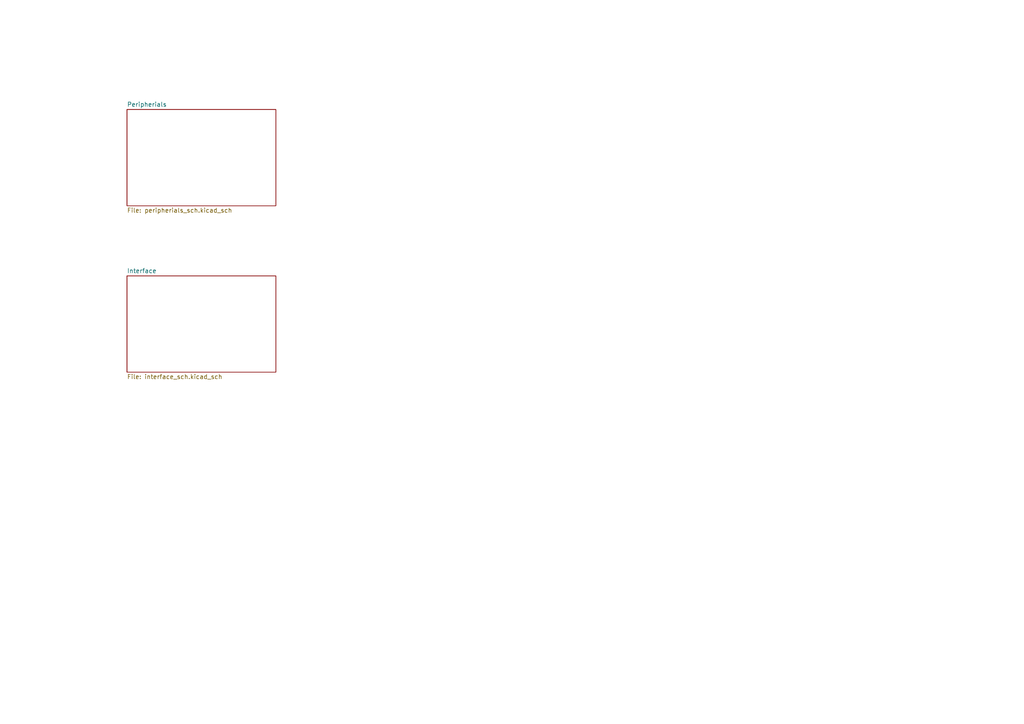
<source format=kicad_sch>
(kicad_sch (version 20230121) (generator eeschema)
  (paper "A4")
  (lib_symbols)
  (sheet (at 36.83 31.75) (size 43.18 27.94) (stroke (width 0.1524))
    (property "Sheetname" "Peripherials" (at 36.83 31.0384 0) (effects (justify left bottom)))
    (property "Sheetfile" "peripherials_sch.kicad_sch" (at 36.83 60.2746 0) (effects (justify left top)))
  )
  (sheet (at 36.83 80.01) (size 43.18 27.94) (stroke (width 0.1524))
    (property "Sheetname" "Interface" (at 36.83 79.2984 0) (effects (justify left bottom)))
    (property "Sheetfile" "interface_sch.kicad_sch" (at 36.83 108.5346 0) (effects (justify left top)))
  )
)
</source>
